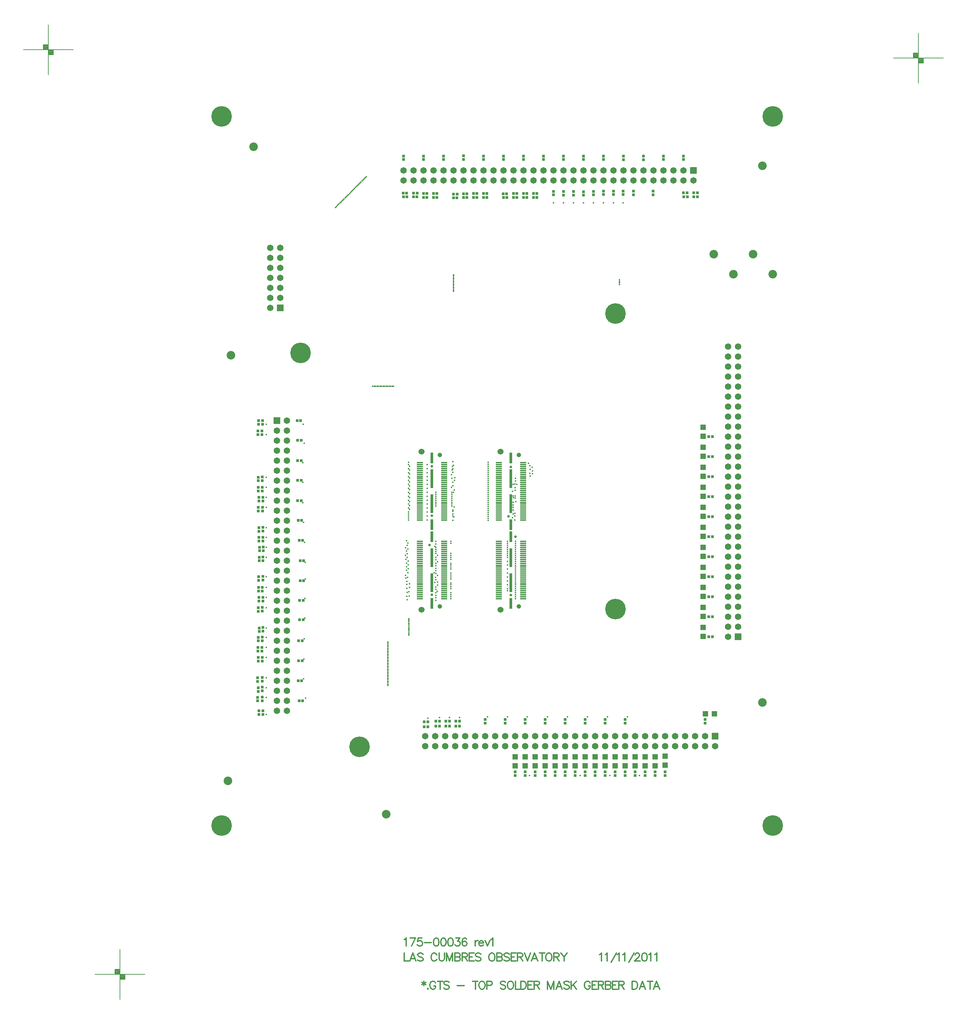
<source format=gts>
%FSLAX23Y23*%
%MOIN*%
G70*
G01*
G75*
G04 Layer_Color=8388736*
%ADD10R,0.020X0.024*%
%ADD11R,0.025X0.100*%
%ADD12R,0.057X0.012*%
%ADD13R,0.025X0.185*%
%ADD14R,0.024X0.020*%
%ADD15R,0.050X0.050*%
%ADD16R,0.050X0.050*%
%ADD17C,0.005*%
%ADD18C,0.010*%
%ADD19C,0.012*%
%ADD20C,0.008*%
%ADD21C,0.012*%
%ADD22C,0.012*%
%ADD23C,0.200*%
%ADD24C,0.039*%
%ADD25C,0.059*%
%ADD26R,0.059X0.059*%
%ADD27R,0.059X0.059*%
%ADD28C,0.020*%
%ADD29C,0.080*%
%ADD30C,0.010*%
%ADD31C,0.040*%
%ADD32C,0.160*%
%ADD33C,0.080*%
%ADD34C,0.075*%
G04:AMPARAMS|DCode=35|XSize=108mil|YSize=108mil|CornerRadius=0mil|HoleSize=0mil|Usage=FLASHONLY|Rotation=0.000|XOffset=0mil|YOffset=0mil|HoleType=Round|Shape=Relief|Width=20mil|Gap=8mil|Entries=4|*
%AMTHD35*
7,0,0,0.108,0.092,0.020,45*
%
%ADD35THD35*%
G04:AMPARAMS|DCode=36|XSize=91.433mil|YSize=91.433mil|CornerRadius=0mil|HoleSize=0mil|Usage=FLASHONLY|Rotation=0.000|XOffset=0mil|YOffset=0mil|HoleType=Round|Shape=Relief|Width=20mil|Gap=8mil|Entries=4|*
%AMTHD36*
7,0,0,0.091,0.075,0.020,45*
%
%ADD36THD36*%
%ADD37C,0.092*%
%ADD38C,0.046*%
G04:AMPARAMS|DCode=39|XSize=66mil|YSize=66mil|CornerRadius=0mil|HoleSize=0mil|Usage=FLASHONLY|Rotation=0.000|XOffset=0mil|YOffset=0mil|HoleType=Round|Shape=Relief|Width=20mil|Gap=8mil|Entries=4|*
%AMTHD39*
7,0,0,0.066,0.050,0.020,45*
%
%ADD39THD39*%
%ADD40C,0.050*%
G04:AMPARAMS|DCode=41|XSize=62mil|YSize=62mil|CornerRadius=0mil|HoleSize=0mil|Usage=FLASHONLY|Rotation=0.000|XOffset=0mil|YOffset=0mil|HoleType=Round|Shape=Relief|Width=20mil|Gap=8mil|Entries=4|*
%AMTHD41*
7,0,0,0.062,0.046,0.020,45*
%
%ADD41THD41*%
%ADD42R,0.017X0.100*%
%ADD43R,0.017X0.185*%
%ADD44R,0.089X0.011*%
%ADD45C,0.008*%
%ADD46C,0.010*%
%ADD47C,0.007*%
%ADD48R,0.209X0.156*%
%ADD49R,0.026X0.030*%
%ADD50R,0.031X0.106*%
%ADD51R,0.061X0.016*%
%ADD52R,0.031X0.191*%
%ADD53R,0.030X0.026*%
%ADD54R,0.056X0.056*%
%ADD55R,0.056X0.056*%
%ADD56C,0.206*%
%ADD57C,0.045*%
%ADD58C,0.065*%
%ADD59R,0.065X0.065*%
%ADD60R,0.065X0.065*%
%ADD61C,0.060*%
%ADD62C,0.086*%
%ADD63C,0.016*%
%ADD64C,0.026*%
D19*
X30280Y15537D02*
Y15491D01*
X30261Y15526D02*
X30299Y15503D01*
Y15526D02*
X30261Y15503D01*
X30319Y15465D02*
X30316Y15461D01*
X30319Y15457D01*
X30323Y15461D01*
X30319Y15465D01*
X30398Y15518D02*
X30394Y15526D01*
X30386Y15533D01*
X30379Y15537D01*
X30364D01*
X30356Y15533D01*
X30348Y15526D01*
X30345Y15518D01*
X30341Y15507D01*
Y15488D01*
X30345Y15476D01*
X30348Y15469D01*
X30356Y15461D01*
X30364Y15457D01*
X30379D01*
X30386Y15461D01*
X30394Y15469D01*
X30398Y15476D01*
Y15488D01*
X30379D02*
X30398D01*
X30443Y15537D02*
Y15457D01*
X30416Y15537D02*
X30470D01*
X30532Y15526D02*
X30525Y15533D01*
X30513Y15537D01*
X30498D01*
X30487Y15533D01*
X30479Y15526D01*
Y15518D01*
X30483Y15511D01*
X30487Y15507D01*
X30494Y15503D01*
X30517Y15495D01*
X30525Y15491D01*
X30529Y15488D01*
X30532Y15480D01*
Y15469D01*
X30525Y15461D01*
X30513Y15457D01*
X30498D01*
X30487Y15461D01*
X30479Y15469D01*
X30613Y15491D02*
X30682D01*
X30795Y15537D02*
Y15457D01*
X30768Y15537D02*
X30821D01*
X30854D02*
X30846Y15533D01*
X30839Y15526D01*
X30835Y15518D01*
X30831Y15507D01*
Y15488D01*
X30835Y15476D01*
X30839Y15469D01*
X30846Y15461D01*
X30854Y15457D01*
X30869D01*
X30877Y15461D01*
X30884Y15469D01*
X30888Y15476D01*
X30892Y15488D01*
Y15507D01*
X30888Y15518D01*
X30884Y15526D01*
X30877Y15533D01*
X30869Y15537D01*
X30854D01*
X30911Y15495D02*
X30945D01*
X30956Y15499D01*
X30960Y15503D01*
X30964Y15511D01*
Y15522D01*
X30960Y15530D01*
X30956Y15533D01*
X30945Y15537D01*
X30911D01*
Y15457D01*
X31098Y15526D02*
X31090Y15533D01*
X31079Y15537D01*
X31064D01*
X31052Y15533D01*
X31045Y15526D01*
Y15518D01*
X31048Y15511D01*
X31052Y15507D01*
X31060Y15503D01*
X31083Y15495D01*
X31090Y15491D01*
X31094Y15488D01*
X31098Y15480D01*
Y15469D01*
X31090Y15461D01*
X31079Y15457D01*
X31064D01*
X31052Y15461D01*
X31045Y15469D01*
X31139Y15537D02*
X31131Y15533D01*
X31123Y15526D01*
X31120Y15518D01*
X31116Y15507D01*
Y15488D01*
X31120Y15476D01*
X31123Y15469D01*
X31131Y15461D01*
X31139Y15457D01*
X31154D01*
X31162Y15461D01*
X31169Y15469D01*
X31173Y15476D01*
X31177Y15488D01*
Y15507D01*
X31173Y15518D01*
X31169Y15526D01*
X31162Y15533D01*
X31154Y15537D01*
X31139D01*
X31195D02*
Y15457D01*
X31241D01*
X31250Y15537D02*
Y15457D01*
Y15537D02*
X31277D01*
X31288Y15533D01*
X31296Y15526D01*
X31299Y15518D01*
X31303Y15507D01*
Y15488D01*
X31299Y15476D01*
X31296Y15469D01*
X31288Y15461D01*
X31277Y15457D01*
X31250D01*
X31371Y15537D02*
X31321D01*
Y15457D01*
X31371D01*
X31321Y15499D02*
X31352D01*
X31384Y15537D02*
Y15457D01*
Y15537D02*
X31418D01*
X31430Y15533D01*
X31434Y15530D01*
X31437Y15522D01*
Y15514D01*
X31434Y15507D01*
X31430Y15503D01*
X31418Y15499D01*
X31384D01*
X31411D02*
X31437Y15457D01*
X31518Y15537D02*
Y15457D01*
Y15537D02*
X31549Y15457D01*
X31579Y15537D02*
X31549Y15457D01*
X31579Y15537D02*
Y15457D01*
X31663D02*
X31632Y15537D01*
X31602Y15457D01*
X31613Y15484D02*
X31651D01*
X31735Y15526D02*
X31727Y15533D01*
X31716Y15537D01*
X31701D01*
X31689Y15533D01*
X31681Y15526D01*
Y15518D01*
X31685Y15511D01*
X31689Y15507D01*
X31697Y15503D01*
X31720Y15495D01*
X31727Y15491D01*
X31731Y15488D01*
X31735Y15480D01*
Y15469D01*
X31727Y15461D01*
X31716Y15457D01*
X31701D01*
X31689Y15461D01*
X31681Y15469D01*
X31753Y15537D02*
Y15457D01*
X31806Y15537D02*
X31753Y15484D01*
X31772Y15503D02*
X31806Y15457D01*
X31944Y15518D02*
X31940Y15526D01*
X31932Y15533D01*
X31925Y15537D01*
X31910D01*
X31902Y15533D01*
X31894Y15526D01*
X31891Y15518D01*
X31887Y15507D01*
Y15488D01*
X31891Y15476D01*
X31894Y15469D01*
X31902Y15461D01*
X31910Y15457D01*
X31925D01*
X31932Y15461D01*
X31940Y15469D01*
X31944Y15476D01*
Y15488D01*
X31925D02*
X31944D01*
X32012Y15537D02*
X31962D01*
Y15457D01*
X32012D01*
X31962Y15499D02*
X31993D01*
X32025Y15537D02*
Y15457D01*
Y15537D02*
X32059D01*
X32071Y15533D01*
X32075Y15530D01*
X32078Y15522D01*
Y15514D01*
X32075Y15507D01*
X32071Y15503D01*
X32059Y15499D01*
X32025D01*
X32052D02*
X32078Y15457D01*
X32096Y15537D02*
Y15457D01*
Y15537D02*
X32131D01*
X32142Y15533D01*
X32146Y15530D01*
X32150Y15522D01*
Y15514D01*
X32146Y15507D01*
X32142Y15503D01*
X32131Y15499D01*
X32096D02*
X32131D01*
X32142Y15495D01*
X32146Y15491D01*
X32150Y15484D01*
Y15472D01*
X32146Y15465D01*
X32142Y15461D01*
X32131Y15457D01*
X32096D01*
X32217Y15537D02*
X32167D01*
Y15457D01*
X32217D01*
X32167Y15499D02*
X32198D01*
X32230Y15537D02*
Y15457D01*
Y15537D02*
X32265D01*
X32276Y15533D01*
X32280Y15530D01*
X32284Y15522D01*
Y15514D01*
X32280Y15507D01*
X32276Y15503D01*
X32265Y15499D01*
X32230D01*
X32257D02*
X32284Y15457D01*
X32364Y15537D02*
Y15457D01*
Y15537D02*
X32391D01*
X32402Y15533D01*
X32410Y15526D01*
X32414Y15518D01*
X32418Y15507D01*
Y15488D01*
X32414Y15476D01*
X32410Y15469D01*
X32402Y15461D01*
X32391Y15457D01*
X32364D01*
X32497D02*
X32466Y15537D01*
X32436Y15457D01*
X32447Y15484D02*
X32485D01*
X32542Y15537D02*
Y15457D01*
X32515Y15537D02*
X32569D01*
X32639Y15457D02*
X32608Y15537D01*
X32578Y15457D01*
X32589Y15484D02*
X32628D01*
D20*
X27210Y15632D02*
X27220D01*
X27210Y15627D02*
Y15637D01*
Y15627D02*
X27220D01*
Y15637D01*
X27210D02*
X27220D01*
X27205Y15622D02*
Y15637D01*
Y15622D02*
X27225D01*
Y15642D01*
X27205D02*
X27225D01*
X27200Y15617D02*
Y15642D01*
Y15617D02*
X27230D01*
Y15647D01*
X27200D02*
X27230D01*
X27195Y15612D02*
Y15652D01*
Y15612D02*
X27235D01*
Y15652D01*
X27195D02*
X27235D01*
X27260Y15582D02*
X27270D01*
X27260Y15577D02*
Y15587D01*
Y15577D02*
X27270D01*
Y15587D01*
X27260D02*
X27270D01*
X27255Y15572D02*
Y15587D01*
Y15572D02*
X27275D01*
Y15592D01*
X27255D02*
X27275D01*
X27250Y15567D02*
Y15592D01*
Y15567D02*
X27280D01*
Y15597D01*
X27250D02*
X27280D01*
X27245Y15562D02*
Y15602D01*
Y15562D02*
X27285D01*
Y15602D01*
X27245D02*
X27285D01*
X27240Y15557D02*
X27290D01*
Y15607D01*
X27190Y15657D02*
X27240D01*
X27190Y15607D02*
Y15657D01*
X27240Y15357D02*
Y15857D01*
X26990Y15607D02*
X27490D01*
X35198Y24788D02*
X35208D01*
X35198Y24783D02*
Y24793D01*
Y24783D02*
X35208D01*
Y24793D01*
X35198D02*
X35208D01*
X35193Y24778D02*
Y24793D01*
Y24778D02*
X35213D01*
Y24798D01*
X35193D02*
X35213D01*
X35188Y24773D02*
Y24798D01*
Y24773D02*
X35218D01*
Y24803D01*
X35188D02*
X35218D01*
X35183Y24768D02*
Y24808D01*
Y24768D02*
X35223D01*
Y24808D01*
X35183D02*
X35223D01*
X35248Y24738D02*
X35258D01*
X35248Y24733D02*
Y24743D01*
Y24733D02*
X35258D01*
Y24743D01*
X35248D02*
X35258D01*
X35243Y24728D02*
Y24743D01*
Y24728D02*
X35263D01*
Y24748D01*
X35243D02*
X35263D01*
X35238Y24723D02*
Y24748D01*
Y24723D02*
X35268D01*
Y24753D01*
X35238D02*
X35268D01*
X35233Y24718D02*
Y24758D01*
Y24718D02*
X35273D01*
Y24758D01*
X35233D02*
X35273D01*
X35228Y24713D02*
X35278D01*
Y24763D01*
X35178Y24813D02*
X35228D01*
X35178Y24763D02*
Y24813D01*
X35228Y24513D02*
Y25013D01*
X34978Y24763D02*
X35478D01*
X26494Y24871D02*
X26504D01*
X26494Y24866D02*
Y24876D01*
Y24866D02*
X26504D01*
Y24876D01*
X26494D02*
X26504D01*
X26489Y24861D02*
Y24876D01*
Y24861D02*
X26509D01*
Y24881D01*
X26489D02*
X26509D01*
X26484Y24856D02*
Y24881D01*
Y24856D02*
X26514D01*
Y24886D01*
X26484D02*
X26514D01*
X26479Y24851D02*
Y24891D01*
Y24851D02*
X26519D01*
Y24891D01*
X26479D02*
X26519D01*
X26544Y24821D02*
X26554D01*
X26544Y24816D02*
Y24826D01*
Y24816D02*
X26554D01*
Y24826D01*
X26544D02*
X26554D01*
X26539Y24811D02*
Y24826D01*
Y24811D02*
X26559D01*
Y24831D01*
X26539D02*
X26559D01*
X26534Y24806D02*
Y24831D01*
Y24806D02*
X26564D01*
Y24836D01*
X26534D02*
X26564D01*
X26529Y24801D02*
Y24841D01*
Y24801D02*
X26569D01*
Y24841D01*
X26529D02*
X26569D01*
X26524Y24796D02*
X26574D01*
Y24846D01*
X26474Y24896D02*
X26524D01*
X26474Y24846D02*
Y24896D01*
X26524Y24596D02*
Y25096D01*
X26274Y24846D02*
X26774D01*
D21*
X30084Y15818D02*
Y15738D01*
X30130D01*
X30200D02*
X30169Y15818D01*
X30139Y15738D01*
X30150Y15764D02*
X30188D01*
X30272Y15806D02*
X30264Y15814D01*
X30253Y15818D01*
X30237D01*
X30226Y15814D01*
X30218Y15806D01*
Y15799D01*
X30222Y15791D01*
X30226Y15787D01*
X30234Y15783D01*
X30256Y15776D01*
X30264Y15772D01*
X30268Y15768D01*
X30272Y15761D01*
Y15749D01*
X30264Y15742D01*
X30253Y15738D01*
X30237D01*
X30226Y15742D01*
X30218Y15749D01*
X30409Y15799D02*
X30406Y15806D01*
X30398Y15814D01*
X30390Y15818D01*
X30375D01*
X30368Y15814D01*
X30360Y15806D01*
X30356Y15799D01*
X30352Y15787D01*
Y15768D01*
X30356Y15757D01*
X30360Y15749D01*
X30368Y15742D01*
X30375Y15738D01*
X30390D01*
X30398Y15742D01*
X30406Y15749D01*
X30409Y15757D01*
X30432Y15818D02*
Y15761D01*
X30436Y15749D01*
X30443Y15742D01*
X30455Y15738D01*
X30462D01*
X30474Y15742D01*
X30481Y15749D01*
X30485Y15761D01*
Y15818D01*
X30507D02*
Y15738D01*
Y15818D02*
X30538Y15738D01*
X30568Y15818D02*
X30538Y15738D01*
X30568Y15818D02*
Y15738D01*
X30591Y15818D02*
Y15738D01*
Y15818D02*
X30625D01*
X30637Y15814D01*
X30641Y15810D01*
X30644Y15803D01*
Y15795D01*
X30641Y15787D01*
X30637Y15783D01*
X30625Y15780D01*
X30591D02*
X30625D01*
X30637Y15776D01*
X30641Y15772D01*
X30644Y15764D01*
Y15753D01*
X30641Y15745D01*
X30637Y15742D01*
X30625Y15738D01*
X30591D01*
X30662Y15818D02*
Y15738D01*
Y15818D02*
X30697D01*
X30708Y15814D01*
X30712Y15810D01*
X30716Y15803D01*
Y15795D01*
X30712Y15787D01*
X30708Y15783D01*
X30697Y15780D01*
X30662D01*
X30689D02*
X30716Y15738D01*
X30783Y15818D02*
X30734D01*
Y15738D01*
X30783D01*
X30734Y15780D02*
X30764D01*
X30850Y15806D02*
X30842Y15814D01*
X30831Y15818D01*
X30815D01*
X30804Y15814D01*
X30796Y15806D01*
Y15799D01*
X30800Y15791D01*
X30804Y15787D01*
X30812Y15783D01*
X30835Y15776D01*
X30842Y15772D01*
X30846Y15768D01*
X30850Y15761D01*
Y15749D01*
X30842Y15742D01*
X30831Y15738D01*
X30815D01*
X30804Y15742D01*
X30796Y15749D01*
X30953Y15818D02*
X30946Y15814D01*
X30938Y15806D01*
X30934Y15799D01*
X30931Y15787D01*
Y15768D01*
X30934Y15757D01*
X30938Y15749D01*
X30946Y15742D01*
X30953Y15738D01*
X30969D01*
X30976Y15742D01*
X30984Y15749D01*
X30988Y15757D01*
X30991Y15768D01*
Y15787D01*
X30988Y15799D01*
X30984Y15806D01*
X30976Y15814D01*
X30969Y15818D01*
X30953D01*
X31010D02*
Y15738D01*
Y15818D02*
X31044D01*
X31056Y15814D01*
X31060Y15810D01*
X31063Y15803D01*
Y15795D01*
X31060Y15787D01*
X31056Y15783D01*
X31044Y15780D01*
X31010D02*
X31044D01*
X31056Y15776D01*
X31060Y15772D01*
X31063Y15764D01*
Y15753D01*
X31060Y15745D01*
X31056Y15742D01*
X31044Y15738D01*
X31010D01*
X31135Y15806D02*
X31127Y15814D01*
X31116Y15818D01*
X31100D01*
X31089Y15814D01*
X31081Y15806D01*
Y15799D01*
X31085Y15791D01*
X31089Y15787D01*
X31097Y15783D01*
X31119Y15776D01*
X31127Y15772D01*
X31131Y15768D01*
X31135Y15761D01*
Y15749D01*
X31127Y15742D01*
X31116Y15738D01*
X31100D01*
X31089Y15742D01*
X31081Y15749D01*
X31202Y15818D02*
X31153D01*
Y15738D01*
X31202D01*
X31153Y15780D02*
X31183D01*
X31215Y15818D02*
Y15738D01*
Y15818D02*
X31250D01*
X31261Y15814D01*
X31265Y15810D01*
X31269Y15803D01*
Y15795D01*
X31265Y15787D01*
X31261Y15783D01*
X31250Y15780D01*
X31215D01*
X31242D02*
X31269Y15738D01*
X31287Y15818D02*
X31317Y15738D01*
X31348Y15818D02*
X31317Y15738D01*
X31419D02*
X31388Y15818D01*
X31358Y15738D01*
X31369Y15764D02*
X31407D01*
X31464Y15818D02*
Y15738D01*
X31437Y15818D02*
X31491D01*
X31523D02*
X31516Y15814D01*
X31508Y15806D01*
X31504Y15799D01*
X31500Y15787D01*
Y15768D01*
X31504Y15757D01*
X31508Y15749D01*
X31516Y15742D01*
X31523Y15738D01*
X31538D01*
X31546Y15742D01*
X31554Y15749D01*
X31557Y15757D01*
X31561Y15768D01*
Y15787D01*
X31557Y15799D01*
X31554Y15806D01*
X31546Y15814D01*
X31538Y15818D01*
X31523D01*
X31580D02*
Y15738D01*
Y15818D02*
X31614D01*
X31626Y15814D01*
X31629Y15810D01*
X31633Y15803D01*
Y15795D01*
X31629Y15787D01*
X31626Y15783D01*
X31614Y15780D01*
X31580D01*
X31607D02*
X31633Y15738D01*
X31651Y15818D02*
X31682Y15780D01*
Y15738D01*
X31712Y15818D02*
X31682Y15780D01*
X32037Y15803D02*
X32044Y15806D01*
X32056Y15818D01*
Y15738D01*
X32095Y15803D02*
X32103Y15806D01*
X32114Y15818D01*
Y15738D01*
X32154Y15726D02*
X32207Y15818D01*
X32213Y15803D02*
X32220Y15806D01*
X32232Y15818D01*
Y15738D01*
X32271Y15803D02*
X32279Y15806D01*
X32290Y15818D01*
Y15738D01*
X32330Y15726D02*
X32383Y15818D01*
X32392Y15799D02*
Y15803D01*
X32396Y15810D01*
X32400Y15814D01*
X32408Y15818D01*
X32423D01*
X32430Y15814D01*
X32434Y15810D01*
X32438Y15803D01*
Y15795D01*
X32434Y15787D01*
X32427Y15776D01*
X32388Y15738D01*
X32442D01*
X32483Y15818D02*
X32471Y15814D01*
X32464Y15803D01*
X32460Y15783D01*
Y15772D01*
X32464Y15753D01*
X32471Y15742D01*
X32483Y15738D01*
X32490D01*
X32502Y15742D01*
X32509Y15753D01*
X32513Y15772D01*
Y15783D01*
X32509Y15803D01*
X32502Y15814D01*
X32490Y15818D01*
X32483D01*
X32531Y15803D02*
X32539Y15806D01*
X32550Y15818D01*
Y15738D01*
X32590Y15803D02*
X32597Y15806D01*
X32609Y15818D01*
Y15738D01*
D22*
X30084Y15953D02*
X30092Y15956D01*
X30103Y15968D01*
Y15888D01*
X30196Y15968D02*
X30158Y15888D01*
X30143Y15968D02*
X30196D01*
X30260D02*
X30222D01*
X30218Y15933D01*
X30222Y15937D01*
X30233Y15941D01*
X30245D01*
X30256Y15937D01*
X30264Y15930D01*
X30267Y15918D01*
Y15911D01*
X30264Y15899D01*
X30256Y15892D01*
X30245Y15888D01*
X30233D01*
X30222Y15892D01*
X30218Y15895D01*
X30214Y15903D01*
X30285Y15922D02*
X30354D01*
X30400Y15968D02*
X30389Y15964D01*
X30381Y15953D01*
X30377Y15933D01*
Y15922D01*
X30381Y15903D01*
X30389Y15892D01*
X30400Y15888D01*
X30408D01*
X30419Y15892D01*
X30427Y15903D01*
X30431Y15922D01*
Y15933D01*
X30427Y15953D01*
X30419Y15964D01*
X30408Y15968D01*
X30400D01*
X30472D02*
X30460Y15964D01*
X30453Y15953D01*
X30449Y15933D01*
Y15922D01*
X30453Y15903D01*
X30460Y15892D01*
X30472Y15888D01*
X30479D01*
X30491Y15892D01*
X30498Y15903D01*
X30502Y15922D01*
Y15933D01*
X30498Y15953D01*
X30491Y15964D01*
X30479Y15968D01*
X30472D01*
X30543D02*
X30531Y15964D01*
X30524Y15953D01*
X30520Y15933D01*
Y15922D01*
X30524Y15903D01*
X30531Y15892D01*
X30543Y15888D01*
X30550D01*
X30562Y15892D01*
X30569Y15903D01*
X30573Y15922D01*
Y15933D01*
X30569Y15953D01*
X30562Y15964D01*
X30550Y15968D01*
X30543D01*
X30599D02*
X30641D01*
X30618Y15937D01*
X30629D01*
X30637Y15933D01*
X30641Y15930D01*
X30644Y15918D01*
Y15911D01*
X30641Y15899D01*
X30633Y15892D01*
X30622Y15888D01*
X30610D01*
X30599Y15892D01*
X30595Y15895D01*
X30591Y15903D01*
X30708Y15956D02*
X30704Y15964D01*
X30693Y15968D01*
X30685D01*
X30674Y15964D01*
X30666Y15953D01*
X30662Y15933D01*
Y15914D01*
X30666Y15899D01*
X30674Y15892D01*
X30685Y15888D01*
X30689D01*
X30700Y15892D01*
X30708Y15899D01*
X30712Y15911D01*
Y15914D01*
X30708Y15926D01*
X30700Y15933D01*
X30689Y15937D01*
X30685D01*
X30674Y15933D01*
X30666Y15926D01*
X30662Y15914D01*
X30792Y15941D02*
Y15888D01*
Y15918D02*
X30796Y15930D01*
X30804Y15937D01*
X30811Y15941D01*
X30823D01*
X30830Y15918D02*
X30876D01*
Y15926D01*
X30872Y15933D01*
X30868Y15937D01*
X30860Y15941D01*
X30849D01*
X30841Y15937D01*
X30834Y15930D01*
X30830Y15918D01*
Y15911D01*
X30834Y15899D01*
X30841Y15892D01*
X30849Y15888D01*
X30860D01*
X30868Y15892D01*
X30876Y15899D01*
X30893Y15941D02*
X30916Y15888D01*
X30939Y15941D02*
X30916Y15888D01*
X30951Y15953D02*
X30959Y15956D01*
X30971Y15968D01*
Y15888D01*
D49*
X31108Y23406D02*
D03*
X31073D02*
D03*
X29067Y18338D02*
D03*
X29032D02*
D03*
X29057Y18538D02*
D03*
X29022D02*
D03*
X29062Y18738D02*
D03*
X29027D02*
D03*
X29062Y18938D02*
D03*
X29027D02*
D03*
X29072Y19148D02*
D03*
X29037D02*
D03*
X29072Y19343D02*
D03*
X29037D02*
D03*
X29077Y19538D02*
D03*
X29042D02*
D03*
X29077Y19738D02*
D03*
X29042D02*
D03*
X29067Y19943D02*
D03*
X29032D02*
D03*
X29057Y20143D02*
D03*
X29022D02*
D03*
X29052Y20338D02*
D03*
X29017D02*
D03*
X29052Y20543D02*
D03*
X29017D02*
D03*
X29052Y20738D02*
D03*
X29017D02*
D03*
X29052Y20943D02*
D03*
X29017D02*
D03*
X29048Y21139D02*
D03*
X29013D02*
D03*
X33015Y23376D02*
D03*
X32980D02*
D03*
X32915D02*
D03*
X32880D02*
D03*
X32980Y23416D02*
D03*
X33015D02*
D03*
X32877D02*
D03*
X32913D02*
D03*
X31411Y23368D02*
D03*
X31375D02*
D03*
X31311D02*
D03*
X31275D02*
D03*
X31375Y23408D02*
D03*
X31411D02*
D03*
X31211Y23368D02*
D03*
X31175D02*
D03*
X31275Y23408D02*
D03*
X31311D02*
D03*
X31111Y23368D02*
D03*
X31075D02*
D03*
X31175Y23408D02*
D03*
X31211D02*
D03*
X30911Y23368D02*
D03*
X30875D02*
D03*
X30811D02*
D03*
X30775D02*
D03*
X30875Y23408D02*
D03*
X30911D02*
D03*
X30711Y23368D02*
D03*
X30675D02*
D03*
X30775Y23408D02*
D03*
X30811D02*
D03*
X30675Y23405D02*
D03*
X30710D02*
D03*
X30411Y23370D02*
D03*
X30376D02*
D03*
X30311D02*
D03*
X30276D02*
D03*
X30376Y23410D02*
D03*
X30411D02*
D03*
X30211Y23375D02*
D03*
X30176D02*
D03*
X30276Y23410D02*
D03*
X30311D02*
D03*
X30111Y23377D02*
D03*
X30076D02*
D03*
X30177Y23413D02*
D03*
X30212D02*
D03*
X30576Y23366D02*
D03*
X30611D02*
D03*
X30612Y23403D02*
D03*
X30577D02*
D03*
X30107Y23414D02*
D03*
X30072D02*
D03*
X33165Y20979D02*
D03*
X33130D02*
D03*
X33165Y20779D02*
D03*
X33130D02*
D03*
X33165Y20579D02*
D03*
X33130D02*
D03*
X33165Y20379D02*
D03*
X33130D02*
D03*
X33165Y20179D02*
D03*
X33130D02*
D03*
X33165Y19979D02*
D03*
X33130D02*
D03*
X33165Y19779D02*
D03*
X33130D02*
D03*
X33165Y19579D02*
D03*
X33130D02*
D03*
X33165Y19379D02*
D03*
X33130D02*
D03*
X33165Y19179D02*
D03*
X33130D02*
D03*
X33165Y18979D02*
D03*
X33130D02*
D03*
X30600Y18085D02*
D03*
X30635D02*
D03*
X30500D02*
D03*
X30535D02*
D03*
X30635Y18135D02*
D03*
X30600D02*
D03*
X30535D02*
D03*
X30500D02*
D03*
X30400Y18085D02*
D03*
X30435D02*
D03*
X30284Y18130D02*
D03*
X30319D02*
D03*
X30435Y18135D02*
D03*
X30400D02*
D03*
X30319Y18080D02*
D03*
X30284D02*
D03*
D50*
X31151Y19978D02*
D03*
Y20100D02*
D03*
Y20765D02*
D03*
Y19313D02*
D03*
X30361Y19978D02*
D03*
Y20100D02*
D03*
Y20765D02*
D03*
Y19313D02*
D03*
D51*
X31272Y20718D02*
D03*
Y20698D02*
D03*
Y20679D02*
D03*
Y20659D02*
D03*
Y20639D02*
D03*
Y20620D02*
D03*
Y20600D02*
D03*
Y20580D02*
D03*
Y20561D02*
D03*
Y20541D02*
D03*
Y20521D02*
D03*
Y20501D02*
D03*
Y20482D02*
D03*
Y20462D02*
D03*
Y20442D02*
D03*
Y20423D02*
D03*
Y20403D02*
D03*
Y20383D02*
D03*
Y20364D02*
D03*
Y20344D02*
D03*
Y20324D02*
D03*
Y20305D02*
D03*
Y20285D02*
D03*
Y20265D02*
D03*
Y20246D02*
D03*
Y20226D02*
D03*
Y20206D02*
D03*
Y20187D02*
D03*
Y20167D02*
D03*
Y20147D02*
D03*
Y19931D02*
D03*
Y19911D02*
D03*
Y19891D02*
D03*
Y19872D02*
D03*
Y19852D02*
D03*
Y19832D02*
D03*
Y19812D02*
D03*
Y19793D02*
D03*
Y19773D02*
D03*
Y19753D02*
D03*
Y19734D02*
D03*
Y19714D02*
D03*
Y19694D02*
D03*
Y19675D02*
D03*
Y19655D02*
D03*
Y19635D02*
D03*
Y19616D02*
D03*
Y19596D02*
D03*
Y19576D02*
D03*
Y19557D02*
D03*
Y19537D02*
D03*
Y19517D02*
D03*
Y19498D02*
D03*
Y19478D02*
D03*
Y19458D02*
D03*
Y19438D02*
D03*
Y19419D02*
D03*
Y19399D02*
D03*
Y19379D02*
D03*
Y19360D02*
D03*
X31029Y20718D02*
D03*
Y20698D02*
D03*
Y20679D02*
D03*
Y20659D02*
D03*
Y20639D02*
D03*
Y20620D02*
D03*
Y20600D02*
D03*
Y20580D02*
D03*
Y20561D02*
D03*
Y20541D02*
D03*
Y20521D02*
D03*
Y20501D02*
D03*
Y20482D02*
D03*
Y20462D02*
D03*
Y20442D02*
D03*
Y20423D02*
D03*
Y20403D02*
D03*
Y20383D02*
D03*
Y20364D02*
D03*
Y20344D02*
D03*
Y20324D02*
D03*
Y20305D02*
D03*
Y20285D02*
D03*
Y20265D02*
D03*
Y20246D02*
D03*
Y20226D02*
D03*
Y20206D02*
D03*
Y20187D02*
D03*
Y20167D02*
D03*
Y20147D02*
D03*
Y19931D02*
D03*
Y19911D02*
D03*
Y19891D02*
D03*
Y19872D02*
D03*
Y19852D02*
D03*
Y19832D02*
D03*
Y19812D02*
D03*
Y19793D02*
D03*
Y19773D02*
D03*
Y19753D02*
D03*
Y19734D02*
D03*
Y19714D02*
D03*
Y19694D02*
D03*
Y19675D02*
D03*
Y19655D02*
D03*
Y19635D02*
D03*
Y19616D02*
D03*
Y19596D02*
D03*
Y19576D02*
D03*
Y19557D02*
D03*
Y19537D02*
D03*
Y19517D02*
D03*
Y19498D02*
D03*
Y19478D02*
D03*
Y19458D02*
D03*
Y19438D02*
D03*
Y19419D02*
D03*
Y19399D02*
D03*
Y19379D02*
D03*
Y19360D02*
D03*
X30482Y20718D02*
D03*
Y20698D02*
D03*
Y20679D02*
D03*
Y20659D02*
D03*
Y20639D02*
D03*
Y20620D02*
D03*
Y20600D02*
D03*
Y20580D02*
D03*
Y20561D02*
D03*
Y20541D02*
D03*
Y20521D02*
D03*
Y20501D02*
D03*
Y20482D02*
D03*
Y20462D02*
D03*
Y20442D02*
D03*
Y20423D02*
D03*
Y20403D02*
D03*
Y20383D02*
D03*
Y20364D02*
D03*
Y20344D02*
D03*
Y20324D02*
D03*
Y20305D02*
D03*
Y20285D02*
D03*
Y20265D02*
D03*
Y20246D02*
D03*
Y20226D02*
D03*
Y20206D02*
D03*
Y20187D02*
D03*
Y20167D02*
D03*
Y20147D02*
D03*
Y19931D02*
D03*
Y19911D02*
D03*
Y19891D02*
D03*
Y19872D02*
D03*
Y19852D02*
D03*
Y19832D02*
D03*
Y19812D02*
D03*
Y19793D02*
D03*
Y19773D02*
D03*
Y19753D02*
D03*
Y19734D02*
D03*
Y19714D02*
D03*
Y19694D02*
D03*
Y19675D02*
D03*
Y19655D02*
D03*
Y19635D02*
D03*
Y19616D02*
D03*
Y19596D02*
D03*
Y19576D02*
D03*
Y19557D02*
D03*
Y19537D02*
D03*
Y19517D02*
D03*
Y19498D02*
D03*
Y19478D02*
D03*
Y19458D02*
D03*
Y19438D02*
D03*
Y19419D02*
D03*
Y19399D02*
D03*
Y19379D02*
D03*
Y19360D02*
D03*
X30239Y20718D02*
D03*
Y20698D02*
D03*
Y20679D02*
D03*
Y20659D02*
D03*
Y20639D02*
D03*
Y20620D02*
D03*
Y20600D02*
D03*
Y20580D02*
D03*
Y20561D02*
D03*
Y20541D02*
D03*
Y20521D02*
D03*
Y20501D02*
D03*
Y20482D02*
D03*
Y20462D02*
D03*
Y20442D02*
D03*
Y20423D02*
D03*
Y20403D02*
D03*
Y20383D02*
D03*
Y20364D02*
D03*
Y20344D02*
D03*
Y20324D02*
D03*
Y20305D02*
D03*
Y20285D02*
D03*
Y20265D02*
D03*
Y20246D02*
D03*
Y20226D02*
D03*
Y20206D02*
D03*
Y20187D02*
D03*
Y20167D02*
D03*
Y20147D02*
D03*
Y19931D02*
D03*
Y19911D02*
D03*
Y19891D02*
D03*
Y19872D02*
D03*
Y19852D02*
D03*
Y19832D02*
D03*
Y19812D02*
D03*
Y19793D02*
D03*
Y19773D02*
D03*
Y19753D02*
D03*
Y19734D02*
D03*
Y19714D02*
D03*
Y19694D02*
D03*
Y19675D02*
D03*
Y19655D02*
D03*
Y19635D02*
D03*
Y19616D02*
D03*
Y19596D02*
D03*
Y19576D02*
D03*
Y19557D02*
D03*
Y19537D02*
D03*
Y19517D02*
D03*
Y19498D02*
D03*
Y19478D02*
D03*
Y19458D02*
D03*
Y19438D02*
D03*
Y19419D02*
D03*
Y19399D02*
D03*
Y19379D02*
D03*
Y19360D02*
D03*
D52*
X31151Y20558D02*
D03*
Y20308D02*
D03*
Y19520D02*
D03*
Y19770D02*
D03*
X30361Y20558D02*
D03*
Y20308D02*
D03*
Y19520D02*
D03*
Y19770D02*
D03*
D53*
X28669Y18202D02*
D03*
Y18238D02*
D03*
X28664Y18376D02*
D03*
Y18340D02*
D03*
X28629Y18238D02*
D03*
Y18202D02*
D03*
X28664Y18476D02*
D03*
Y18440D02*
D03*
X28618Y18339D02*
D03*
Y18374D02*
D03*
X28664Y18571D02*
D03*
Y18535D02*
D03*
X28624Y18434D02*
D03*
Y18469D02*
D03*
X28616Y18534D02*
D03*
Y18569D02*
D03*
X28664Y18771D02*
D03*
Y18735D02*
D03*
X28659Y18871D02*
D03*
Y18835D02*
D03*
X28624Y18735D02*
D03*
Y18771D02*
D03*
X28664Y18976D02*
D03*
Y18940D02*
D03*
X28621Y18835D02*
D03*
Y18871D02*
D03*
X28669Y19071D02*
D03*
Y19035D02*
D03*
X28623Y18939D02*
D03*
Y18974D02*
D03*
X28632Y19031D02*
D03*
Y19067D02*
D03*
X28664Y19271D02*
D03*
Y19235D02*
D03*
X28669Y19371D02*
D03*
Y19335D02*
D03*
X28623Y19234D02*
D03*
Y19269D02*
D03*
X28664Y19471D02*
D03*
Y19435D02*
D03*
X28629Y19335D02*
D03*
Y19371D02*
D03*
X28669Y19581D02*
D03*
Y19545D02*
D03*
X28625Y19435D02*
D03*
Y19471D02*
D03*
X28628Y19543D02*
D03*
Y19579D02*
D03*
X28669Y19776D02*
D03*
Y19740D02*
D03*
X28674Y19876D02*
D03*
Y19840D02*
D03*
X28632Y19739D02*
D03*
Y19774D02*
D03*
X28669Y19971D02*
D03*
Y19935D02*
D03*
X28636Y19839D02*
D03*
Y19874D02*
D03*
X28669Y20071D02*
D03*
Y20035D02*
D03*
X28629Y19935D02*
D03*
Y19971D02*
D03*
Y20034D02*
D03*
Y20069D02*
D03*
X28665Y20271D02*
D03*
Y20236D02*
D03*
X28669Y20371D02*
D03*
Y20335D02*
D03*
X28624Y20235D02*
D03*
Y20271D02*
D03*
X28664Y20471D02*
D03*
Y20435D02*
D03*
X28629Y20335D02*
D03*
Y20371D02*
D03*
X28664Y20576D02*
D03*
Y20540D02*
D03*
X28624Y20435D02*
D03*
Y20471D02*
D03*
Y20538D02*
D03*
Y20573D02*
D03*
X28619Y21000D02*
D03*
Y21036D02*
D03*
X28625Y21102D02*
D03*
Y21138D02*
D03*
X28659Y21036D02*
D03*
Y21000D02*
D03*
X28665Y21138D02*
D03*
Y21102D02*
D03*
X32877Y23784D02*
D03*
Y23748D02*
D03*
X32677Y23784D02*
D03*
Y23748D02*
D03*
X32574Y23396D02*
D03*
Y23432D02*
D03*
X32477Y23781D02*
D03*
Y23746D02*
D03*
X32376Y23396D02*
D03*
Y23432D02*
D03*
X32277Y23781D02*
D03*
Y23746D02*
D03*
X32077Y23784D02*
D03*
Y23748D02*
D03*
X31877Y23784D02*
D03*
Y23748D02*
D03*
X31677Y23784D02*
D03*
Y23748D02*
D03*
X31477Y23784D02*
D03*
Y23748D02*
D03*
X31277Y23784D02*
D03*
Y23748D02*
D03*
X31075Y23784D02*
D03*
Y23748D02*
D03*
X30877Y23784D02*
D03*
Y23748D02*
D03*
X30676Y23785D02*
D03*
Y23749D02*
D03*
X30477Y23784D02*
D03*
Y23748D02*
D03*
X30277Y23784D02*
D03*
Y23748D02*
D03*
X30077Y23784D02*
D03*
Y23748D02*
D03*
X33092Y18117D02*
D03*
Y18153D02*
D03*
X32692Y17592D02*
D03*
Y17628D02*
D03*
X32592Y17592D02*
D03*
Y17628D02*
D03*
X32492Y17592D02*
D03*
Y17628D02*
D03*
X32392Y17592D02*
D03*
Y17628D02*
D03*
X32292Y17592D02*
D03*
Y17628D02*
D03*
Y18117D02*
D03*
Y18153D02*
D03*
X32192Y17592D02*
D03*
Y17628D02*
D03*
X32092Y17592D02*
D03*
Y17628D02*
D03*
Y18117D02*
D03*
Y18153D02*
D03*
X31992Y17592D02*
D03*
Y17628D02*
D03*
X31892Y17592D02*
D03*
Y17628D02*
D03*
Y18117D02*
D03*
Y18153D02*
D03*
X31792Y17592D02*
D03*
Y17628D02*
D03*
X31692Y17592D02*
D03*
Y17628D02*
D03*
Y18117D02*
D03*
Y18153D02*
D03*
X31592Y17592D02*
D03*
Y17628D02*
D03*
X31492Y17592D02*
D03*
Y17628D02*
D03*
Y18117D02*
D03*
Y18153D02*
D03*
X31392Y17592D02*
D03*
Y17628D02*
D03*
X31292Y17592D02*
D03*
Y17628D02*
D03*
Y18117D02*
D03*
Y18153D02*
D03*
X31192Y17592D02*
D03*
Y17628D02*
D03*
X31092Y18117D02*
D03*
Y18153D02*
D03*
X30892Y18117D02*
D03*
Y18153D02*
D03*
X32274Y23434D02*
D03*
Y23398D02*
D03*
X32175Y23434D02*
D03*
Y23398D02*
D03*
X32075Y23434D02*
D03*
Y23398D02*
D03*
X31975Y23430D02*
D03*
Y23395D02*
D03*
X31877Y23427D02*
D03*
Y23391D02*
D03*
X31775Y23429D02*
D03*
Y23393D02*
D03*
X31675Y23429D02*
D03*
Y23393D02*
D03*
X31575Y23430D02*
D03*
Y23395D02*
D03*
D54*
X33072Y20984D02*
D03*
Y21074D02*
D03*
Y20784D02*
D03*
Y20874D02*
D03*
Y20584D02*
D03*
Y20674D02*
D03*
Y20384D02*
D03*
Y20474D02*
D03*
Y20184D02*
D03*
Y20274D02*
D03*
Y19984D02*
D03*
Y20074D02*
D03*
Y19784D02*
D03*
Y19874D02*
D03*
Y19584D02*
D03*
Y19674D02*
D03*
Y19384D02*
D03*
Y19474D02*
D03*
Y19184D02*
D03*
Y19274D02*
D03*
Y18984D02*
D03*
Y19074D02*
D03*
X32692Y17695D02*
D03*
Y17785D02*
D03*
X32592Y17690D02*
D03*
Y17780D02*
D03*
X32492Y17690D02*
D03*
Y17780D02*
D03*
X32392Y17690D02*
D03*
Y17780D02*
D03*
X32292Y17690D02*
D03*
Y17780D02*
D03*
X32192Y17690D02*
D03*
Y17780D02*
D03*
X32092Y17690D02*
D03*
Y17780D02*
D03*
X31992Y17690D02*
D03*
Y17780D02*
D03*
X31892Y17690D02*
D03*
Y17780D02*
D03*
X31792Y17690D02*
D03*
Y17780D02*
D03*
X31692Y17690D02*
D03*
Y17780D02*
D03*
X31592Y17690D02*
D03*
Y17780D02*
D03*
X31492Y17690D02*
D03*
Y17780D02*
D03*
X31392Y17690D02*
D03*
Y17780D02*
D03*
X31292Y17690D02*
D03*
Y17780D02*
D03*
X31192Y17690D02*
D03*
Y17780D02*
D03*
D55*
X33097Y18210D02*
D03*
X33187D02*
D03*
D56*
X29636Y17879D02*
D03*
X29045Y21816D02*
D03*
X32195Y19257D02*
D03*
Y22210D02*
D03*
X33770Y17092D02*
D03*
X28258D02*
D03*
Y24179D02*
D03*
X33770D02*
D03*
D57*
X31231Y20796D02*
D03*
Y19281D02*
D03*
X30441Y20796D02*
D03*
Y19281D02*
D03*
D58*
X28910Y18239D02*
D03*
Y18339D02*
D03*
Y18439D02*
D03*
Y18539D02*
D03*
Y18639D02*
D03*
Y18739D02*
D03*
Y18839D02*
D03*
Y18939D02*
D03*
Y19039D02*
D03*
Y19139D02*
D03*
Y19239D02*
D03*
Y19339D02*
D03*
Y19439D02*
D03*
Y19539D02*
D03*
Y19639D02*
D03*
Y19739D02*
D03*
Y19839D02*
D03*
Y19939D02*
D03*
Y20039D02*
D03*
Y20139D02*
D03*
Y20239D02*
D03*
Y20339D02*
D03*
Y20439D02*
D03*
Y20539D02*
D03*
Y20639D02*
D03*
Y20739D02*
D03*
Y20839D02*
D03*
Y20939D02*
D03*
Y21039D02*
D03*
Y21139D02*
D03*
X28810Y18239D02*
D03*
Y18339D02*
D03*
Y18439D02*
D03*
Y18539D02*
D03*
Y18639D02*
D03*
Y18739D02*
D03*
Y18839D02*
D03*
Y18939D02*
D03*
Y19039D02*
D03*
Y19139D02*
D03*
Y19239D02*
D03*
Y19339D02*
D03*
Y19439D02*
D03*
Y19539D02*
D03*
Y19639D02*
D03*
Y19739D02*
D03*
Y19839D02*
D03*
Y19939D02*
D03*
Y20039D02*
D03*
Y20139D02*
D03*
Y20239D02*
D03*
Y20339D02*
D03*
Y20439D02*
D03*
Y20539D02*
D03*
Y20639D02*
D03*
Y20739D02*
D03*
Y20839D02*
D03*
Y20939D02*
D03*
Y21039D02*
D03*
X30075Y23540D02*
D03*
X30175D02*
D03*
X30275D02*
D03*
X30375D02*
D03*
X30475D02*
D03*
X30575D02*
D03*
X30675D02*
D03*
X30775D02*
D03*
X30875D02*
D03*
X30975D02*
D03*
X31075D02*
D03*
X31175D02*
D03*
X31275D02*
D03*
X31375D02*
D03*
X31475D02*
D03*
X31575D02*
D03*
X31675D02*
D03*
X31775D02*
D03*
X31875D02*
D03*
X31975D02*
D03*
X32075D02*
D03*
X32175D02*
D03*
X32275D02*
D03*
X32375D02*
D03*
X32475D02*
D03*
X32575D02*
D03*
X32675D02*
D03*
X32775D02*
D03*
X32875D02*
D03*
X32975D02*
D03*
X30075Y23640D02*
D03*
X30175D02*
D03*
X30275D02*
D03*
X30375D02*
D03*
X30475D02*
D03*
X30575D02*
D03*
X30675D02*
D03*
X30775D02*
D03*
X30875D02*
D03*
X30975D02*
D03*
X31075D02*
D03*
X31175D02*
D03*
X31275D02*
D03*
X31375D02*
D03*
X31475D02*
D03*
X31575D02*
D03*
X31675D02*
D03*
X31775D02*
D03*
X31875D02*
D03*
X31975D02*
D03*
X32075D02*
D03*
X32175D02*
D03*
X32275D02*
D03*
X32375D02*
D03*
X32475D02*
D03*
X32575D02*
D03*
X32675D02*
D03*
X32775D02*
D03*
X32875D02*
D03*
X33422Y19079D02*
D03*
Y19179D02*
D03*
Y19279D02*
D03*
Y19379D02*
D03*
Y19479D02*
D03*
Y19579D02*
D03*
Y19679D02*
D03*
Y19779D02*
D03*
Y19879D02*
D03*
Y19979D02*
D03*
Y20079D02*
D03*
Y20179D02*
D03*
Y20279D02*
D03*
Y20379D02*
D03*
Y20479D02*
D03*
Y20579D02*
D03*
Y20679D02*
D03*
Y20779D02*
D03*
Y20879D02*
D03*
Y20979D02*
D03*
Y21079D02*
D03*
Y21179D02*
D03*
Y21279D02*
D03*
Y21379D02*
D03*
Y21479D02*
D03*
Y21579D02*
D03*
Y21679D02*
D03*
Y21779D02*
D03*
Y21879D02*
D03*
X33322Y18979D02*
D03*
Y19079D02*
D03*
Y19179D02*
D03*
Y19279D02*
D03*
Y19379D02*
D03*
Y19479D02*
D03*
Y19579D02*
D03*
Y19679D02*
D03*
Y19779D02*
D03*
Y19879D02*
D03*
Y19979D02*
D03*
Y20079D02*
D03*
Y20179D02*
D03*
Y20279D02*
D03*
Y20379D02*
D03*
Y20479D02*
D03*
Y20579D02*
D03*
Y20679D02*
D03*
Y20779D02*
D03*
Y20879D02*
D03*
Y20979D02*
D03*
Y21079D02*
D03*
Y21179D02*
D03*
Y21279D02*
D03*
Y21379D02*
D03*
Y21479D02*
D03*
Y21579D02*
D03*
Y21679D02*
D03*
Y21779D02*
D03*
Y21879D02*
D03*
X33092Y17985D02*
D03*
X32992D02*
D03*
X32892D02*
D03*
X32792D02*
D03*
X32692D02*
D03*
X32592D02*
D03*
X32492D02*
D03*
X32392D02*
D03*
X32292D02*
D03*
X32192D02*
D03*
X32092D02*
D03*
X31992D02*
D03*
X31892D02*
D03*
X31792D02*
D03*
X31692D02*
D03*
X31592D02*
D03*
X31492D02*
D03*
X31392D02*
D03*
X31292D02*
D03*
X31192D02*
D03*
X31092D02*
D03*
X30992D02*
D03*
X30892D02*
D03*
X30792D02*
D03*
X30692D02*
D03*
X30592D02*
D03*
X30492D02*
D03*
X30392D02*
D03*
X30292D02*
D03*
X33192Y17885D02*
D03*
X33092D02*
D03*
X32992D02*
D03*
X32892D02*
D03*
X32792D02*
D03*
X32692D02*
D03*
X32592D02*
D03*
X32492D02*
D03*
X32392D02*
D03*
X32292D02*
D03*
X32192D02*
D03*
X32092D02*
D03*
X31992D02*
D03*
X31892D02*
D03*
X31792D02*
D03*
X31692D02*
D03*
X31592D02*
D03*
X31492D02*
D03*
X31392D02*
D03*
X31292D02*
D03*
X31192D02*
D03*
X31092D02*
D03*
X30992D02*
D03*
X30892D02*
D03*
X30792D02*
D03*
X30692D02*
D03*
X30592D02*
D03*
X30492D02*
D03*
X30392D02*
D03*
X30292D02*
D03*
X28744Y22867D02*
D03*
X28844D02*
D03*
X28744Y22767D02*
D03*
X28844D02*
D03*
X28744Y22667D02*
D03*
X28844D02*
D03*
X28744Y22567D02*
D03*
X28844D02*
D03*
X28744Y22467D02*
D03*
X28844D02*
D03*
X28744Y22367D02*
D03*
X28844D02*
D03*
X28744Y22267D02*
D03*
D59*
X28810Y21139D02*
D03*
X33422Y18979D02*
D03*
X28844Y22267D02*
D03*
D60*
X32975Y23640D02*
D03*
X33192Y17985D02*
D03*
D61*
X30255Y19249D02*
D03*
Y20829D02*
D03*
X31045Y19249D02*
D03*
Y20829D02*
D03*
D62*
X28578Y23877D02*
D03*
X33668Y18323D02*
D03*
Y23687D02*
D03*
X28320Y17540D02*
D03*
X28350Y21793D02*
D03*
X29902Y17205D02*
D03*
X33179Y22801D02*
D03*
X33376Y22604D02*
D03*
X33573Y22801D02*
D03*
X33770Y22604D02*
D03*
D63*
X30401Y19714D02*
D03*
X30570Y20489D02*
D03*
X30560Y20402D02*
D03*
X30577Y20422D02*
D03*
X30583Y20447D02*
D03*
X30588Y20543D02*
D03*
X30570Y20524D02*
D03*
X30558Y20472D02*
D03*
X30559Y20421D02*
D03*
Y20564D02*
D03*
X30555Y20600D02*
D03*
X30570Y20621D02*
D03*
X30562Y20646D02*
D03*
X30590Y20570D02*
D03*
X30561Y20364D02*
D03*
Y20324D02*
D03*
Y20305D02*
D03*
X30582Y20277D02*
D03*
X30571Y20246D02*
D03*
X30561Y20344D02*
D03*
Y20285D02*
D03*
Y20383D02*
D03*
X30400Y20423D02*
D03*
Y20403D02*
D03*
Y20384D02*
D03*
Y20364D02*
D03*
Y20285D02*
D03*
Y20305D02*
D03*
Y20324D02*
D03*
Y20344D02*
D03*
X30313Y20423D02*
D03*
Y20383D02*
D03*
Y20344D02*
D03*
X30922Y20722D02*
D03*
Y20682D02*
D03*
Y20662D02*
D03*
Y20622D02*
D03*
Y20602D02*
D03*
Y20642D02*
D03*
Y20702D02*
D03*
Y20582D02*
D03*
Y20562D02*
D03*
Y20522D02*
D03*
Y20542D02*
D03*
X30313Y20659D02*
D03*
Y20699D02*
D03*
X30577Y20693D02*
D03*
X30570Y20728D02*
D03*
X29843Y21484D02*
D03*
X29813D02*
D03*
X29783D02*
D03*
X29828D02*
D03*
X29858D02*
D03*
X29873D02*
D03*
X29888D02*
D03*
X29903D02*
D03*
X29933D02*
D03*
X31117Y19458D02*
D03*
X32274Y23315D02*
D03*
X32175D02*
D03*
X32075D02*
D03*
X31975D02*
D03*
X31575D02*
D03*
X31675D02*
D03*
X31775D02*
D03*
X31877D02*
D03*
X30570Y20231D02*
D03*
X30571Y20206D02*
D03*
X30128Y20423D02*
D03*
Y20383D02*
D03*
Y20344D02*
D03*
Y20305D02*
D03*
Y20265D02*
D03*
Y20226D02*
D03*
Y20206D02*
D03*
Y20187D02*
D03*
Y20167D02*
D03*
Y20147D02*
D03*
Y20501D02*
D03*
Y20541D02*
D03*
Y20580D02*
D03*
Y20620D02*
D03*
X29672Y23545D02*
D03*
X29662Y23535D02*
D03*
X29651Y23524D02*
D03*
X29641Y23513D02*
D03*
X29630Y23503D02*
D03*
X29619Y23492D02*
D03*
X29609Y23482D02*
D03*
X29598Y23471D02*
D03*
X29588Y23460D02*
D03*
X29577Y23450D02*
D03*
X29566Y23439D02*
D03*
X29556Y23429D02*
D03*
X29545Y23418D02*
D03*
X29535Y23407D02*
D03*
X29524Y23397D02*
D03*
X29513Y23386D02*
D03*
X29503Y23375D02*
D03*
X29492Y23365D02*
D03*
X29481Y23354D02*
D03*
X29471Y23344D02*
D03*
X29460Y23333D02*
D03*
X29450Y23322D02*
D03*
X29439Y23312D02*
D03*
X29428Y23301D02*
D03*
X29418Y23291D02*
D03*
X29407Y23280D02*
D03*
X29397Y23269D02*
D03*
X29683Y23556D02*
D03*
X29694Y23566D02*
D03*
X29704Y23577D02*
D03*
X29798Y21484D02*
D03*
X29768D02*
D03*
X29918D02*
D03*
X29948D02*
D03*
X29963D02*
D03*
X29978D02*
D03*
X30128Y20659D02*
D03*
Y20698D02*
D03*
Y20724D02*
D03*
X30135Y20684D02*
D03*
Y20645D02*
D03*
Y20605D02*
D03*
Y20566D02*
D03*
X30135Y20526D02*
D03*
X30135Y20408D02*
D03*
Y20369D02*
D03*
X30135Y20330D02*
D03*
X30135Y20290D02*
D03*
Y20251D02*
D03*
X30576Y22596D02*
D03*
Y22581D02*
D03*
Y22566D02*
D03*
Y22551D02*
D03*
Y22536D02*
D03*
Y22521D02*
D03*
Y22506D02*
D03*
Y22491D02*
D03*
Y22476D02*
D03*
Y22461D02*
D03*
Y22446D02*
D03*
Y22431D02*
D03*
X32237Y22500D02*
D03*
Y22515D02*
D03*
Y22530D02*
D03*
Y22545D02*
D03*
X29074Y21104D02*
D03*
X29082Y20913D02*
D03*
X29070Y20719D02*
D03*
X29071Y20524D02*
D03*
X29070Y20320D02*
D03*
X29075Y20124D02*
D03*
X29086Y19924D02*
D03*
X29092Y19723D02*
D03*
X29094Y19555D02*
D03*
X29090Y19361D02*
D03*
X29091Y19167D02*
D03*
X29082Y18958D02*
D03*
X29080Y18756D02*
D03*
X29077Y18558D02*
D03*
X29095Y18366D02*
D03*
X30401Y19812D02*
D03*
Y19832D02*
D03*
Y19852D02*
D03*
Y19872D02*
D03*
Y19931D02*
D03*
X30111Y19501D02*
D03*
X30110Y19384D02*
D03*
X30114Y19349D02*
D03*
X30124Y19659D02*
D03*
X30105Y19642D02*
D03*
X30106Y19679D02*
D03*
X30099Y19751D02*
D03*
X30105Y19716D02*
D03*
X30122Y19737D02*
D03*
X30121Y19856D02*
D03*
X30096Y19791D02*
D03*
X30114Y19810D02*
D03*
X30121Y19916D02*
D03*
X30107Y19938D02*
D03*
X30549Y19596D02*
D03*
Y19576D02*
D03*
Y19557D02*
D03*
Y19419D02*
D03*
Y19399D02*
D03*
Y19616D02*
D03*
Y19655D02*
D03*
Y19675D02*
D03*
Y19695D02*
D03*
Y19714D02*
D03*
Y19754D02*
D03*
Y19773D02*
D03*
Y19793D02*
D03*
Y19813D02*
D03*
Y19911D02*
D03*
Y19931D02*
D03*
X30114Y19773D02*
D03*
X30105Y19835D02*
D03*
X30098Y19870D02*
D03*
X30114Y19891D02*
D03*
Y19423D02*
D03*
X30130Y19429D02*
D03*
X30111Y19461D02*
D03*
X30401Y19419D02*
D03*
X30389Y19521D02*
D03*
X30401Y19393D02*
D03*
Y19368D02*
D03*
Y19343D02*
D03*
X30417Y19496D02*
D03*
X30399Y19477D02*
D03*
Y19452D02*
D03*
X30414Y19431D02*
D03*
X30398Y19573D02*
D03*
X30401Y19548D02*
D03*
X30415Y19525D02*
D03*
X30401Y19689D02*
D03*
Y19664D02*
D03*
Y19639D02*
D03*
X30384Y19620D02*
D03*
X30401Y19614D02*
D03*
X30415Y19592D02*
D03*
X30417Y19730D02*
D03*
X30417Y19793D02*
D03*
X30400Y19773D02*
D03*
X30399Y19748D02*
D03*
X30401Y19905D02*
D03*
X30389Y19882D02*
D03*
X30132Y19386D02*
D03*
X30121Y19620D02*
D03*
X30098Y19592D02*
D03*
X30117Y19574D02*
D03*
X30101Y19567D02*
D03*
X30111Y19532D02*
D03*
X30135Y19474D02*
D03*
X30136Y19509D02*
D03*
X28702Y19471D02*
D03*
Y19371D02*
D03*
Y19269D02*
D03*
Y19067D02*
D03*
Y18974D02*
D03*
Y18871D02*
D03*
Y18771D02*
D03*
Y18569D02*
D03*
Y18469D02*
D03*
Y18374D02*
D03*
Y18202D02*
D03*
Y19579D02*
D03*
Y19774D02*
D03*
Y19874D02*
D03*
Y19971D02*
D03*
Y20069D02*
D03*
Y20271D02*
D03*
Y20371D02*
D03*
Y20471D02*
D03*
Y20573D02*
D03*
Y21000D02*
D03*
Y21102D02*
D03*
X30124Y19698D02*
D03*
X30135Y20448D02*
D03*
Y20487D02*
D03*
X30128Y20462D02*
D03*
X30313Y20147D02*
D03*
Y20186D02*
D03*
Y20226D02*
D03*
Y20265D02*
D03*
Y20305D02*
D03*
Y20462D02*
D03*
Y20502D02*
D03*
Y20541D02*
D03*
Y20580D02*
D03*
Y20620D02*
D03*
X30570Y20187D02*
D03*
Y20141D02*
D03*
X30581Y20176D02*
D03*
X30565Y20684D02*
D03*
X30570Y20659D02*
D03*
X30922Y20422D02*
D03*
Y20402D02*
D03*
Y20382D02*
D03*
Y20362D02*
D03*
Y20342D02*
D03*
Y20322D02*
D03*
Y20302D02*
D03*
Y20282D02*
D03*
Y20262D02*
D03*
Y20242D02*
D03*
Y20222D02*
D03*
Y20202D02*
D03*
Y20182D02*
D03*
Y20162D02*
D03*
Y20142D02*
D03*
Y20442D02*
D03*
Y20462D02*
D03*
Y20482D02*
D03*
Y20502D02*
D03*
X31340Y20690D02*
D03*
X31327Y20713D02*
D03*
X31362Y20671D02*
D03*
X31343Y20654D02*
D03*
X31367Y20636D02*
D03*
X31341Y20611D02*
D03*
X31368Y20609D02*
D03*
X31344Y20586D02*
D03*
X31167Y20433D02*
D03*
X31190Y20147D02*
D03*
X30549Y19360D02*
D03*
Y19379D02*
D03*
Y19458D02*
D03*
Y19478D02*
D03*
Y19498D02*
D03*
Y19517D02*
D03*
X29919Y18687D02*
D03*
Y18717D02*
D03*
Y18747D02*
D03*
Y18777D02*
D03*
Y18792D02*
D03*
Y18807D02*
D03*
Y18822D02*
D03*
Y18837D02*
D03*
Y18852D02*
D03*
Y18867D02*
D03*
Y18882D02*
D03*
Y18897D02*
D03*
Y18912D02*
D03*
Y18927D02*
D03*
Y18492D02*
D03*
Y18657D02*
D03*
Y18642D02*
D03*
Y18627D02*
D03*
Y18612D02*
D03*
Y18597D02*
D03*
Y18567D02*
D03*
Y18762D02*
D03*
Y18732D02*
D03*
Y18702D02*
D03*
Y18582D02*
D03*
Y18552D02*
D03*
Y18672D02*
D03*
Y18537D02*
D03*
Y18507D02*
D03*
Y18522D02*
D03*
X30536Y18171D02*
D03*
X30635Y18172D02*
D03*
X32316Y18180D02*
D03*
X32115D02*
D03*
X31915D02*
D03*
X31715D02*
D03*
X31515D02*
D03*
X31314D02*
D03*
X30915D02*
D03*
X31115D02*
D03*
X30435Y18172D02*
D03*
X30319Y18166D02*
D03*
X30129Y19070D02*
D03*
Y19056D02*
D03*
Y19041D02*
D03*
Y19025D02*
D03*
Y19010D02*
D03*
Y18996D02*
D03*
Y19086D02*
D03*
Y19101D02*
D03*
Y19115D02*
D03*
Y19131D02*
D03*
Y19146D02*
D03*
Y19160D02*
D03*
X31195Y19635D02*
D03*
Y19616D02*
D03*
Y19596D02*
D03*
Y19576D02*
D03*
Y19557D02*
D03*
Y19537D02*
D03*
Y19517D02*
D03*
Y19498D02*
D03*
Y19478D02*
D03*
Y19458D02*
D03*
Y19438D02*
D03*
Y19419D02*
D03*
Y19399D02*
D03*
Y19379D02*
D03*
Y19360D02*
D03*
Y19655D02*
D03*
Y19675D02*
D03*
Y19694D02*
D03*
Y19714D02*
D03*
Y19734D02*
D03*
Y19753D02*
D03*
Y19773D02*
D03*
Y19793D02*
D03*
Y19812D02*
D03*
Y19832D02*
D03*
Y19852D02*
D03*
Y19872D02*
D03*
Y19891D02*
D03*
Y19911D02*
D03*
Y19931D02*
D03*
X31117Y19734D02*
D03*
Y19695D02*
D03*
Y19655D02*
D03*
Y19616D02*
D03*
Y19576D02*
D03*
Y19537D02*
D03*
Y19498D02*
D03*
Y19438D02*
D03*
Y19773D02*
D03*
Y19793D02*
D03*
Y19813D02*
D03*
Y19832D02*
D03*
Y19852D02*
D03*
Y19872D02*
D03*
Y19892D02*
D03*
Y19911D02*
D03*
Y19931D02*
D03*
X31337Y17592D02*
D03*
X31842D02*
D03*
X32437D02*
D03*
X32139D02*
D03*
X31190Y20212D02*
D03*
Y20187D02*
D03*
X31196Y20561D02*
D03*
X31210Y20501D02*
D03*
X31197Y20536D02*
D03*
X31190Y20507D02*
D03*
X31193Y20385D02*
D03*
X31174Y20271D02*
D03*
Y20321D02*
D03*
Y20385D02*
D03*
Y20501D02*
D03*
X31192Y20468D02*
D03*
Y20443D02*
D03*
X31168Y20170D02*
D03*
X31174Y20206D02*
D03*
X31199Y20329D02*
D03*
X31174Y20296D02*
D03*
X31194Y20365D02*
D03*
X31177Y20370D02*
D03*
X31173Y20245D02*
D03*
D64*
X31196Y19978D02*
D03*
X30361Y20682D02*
D03*
X31150Y20676D02*
D03*
X31151Y19397D02*
D03*
X31127Y20184D02*
D03*
X30361Y19398D02*
D03*
X30336Y19895D02*
D03*
X30361Y20190D02*
D03*
M02*

</source>
